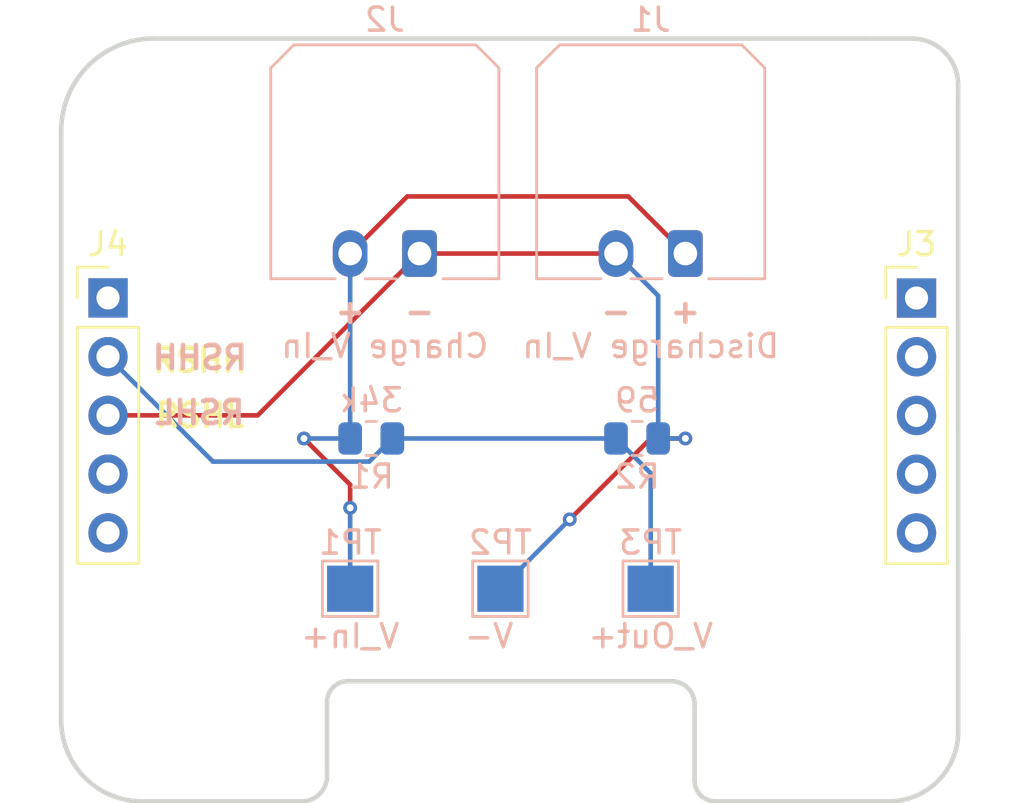
<source format=kicad_pcb>
(kicad_pcb (version 20240108) (generator "pcbnew") (generator_version "8.0")
  (layers (0 "F.Cu" signal) (31 "B.Cu" signal) (34 "B.Paste" user) (35 "F.Paste" user) (36 "B.SilkS" user "B.Silkscreen") (37 "F.SilkS" user "F.Silkscreen") (38 "B.Mask" user) (39 "F.Mask" user) (44 "Edge.Cuts" user))
  (net 0 "")
  (net 1 "/V_In+")
  (net 9 "/V_Out+")
  (net 11 "/V-")
  (footprint "Connector_PinHeader_2.54mm:PinHeader_1x05_P2.54mm_Vertical" (layer "F.Cu") (at 123.025 71.42)
    (property "Reference" "J4" (at 0 -2.33 0) (layer "F.SilkS"))
    (property "Value" "Conn_01x05")
    (fp_line (start -1.33 -1.33) (end 0 -1.33) (stroke (width 0.12)) (layer "F.SilkS"))
    (fp_line (start -1.33 0) (end -1.33 -1.33) (stroke (width 0.12)) (layer "F.SilkS"))
    (fp_line (start -1.33 1.27) (end -1.33 11.49) (stroke (width 0.12)) (layer "F.SilkS"))
    (fp_line (start -1.33 1.27) (end 1.33 1.27) (stroke (width 0.12)) (layer "F.SilkS"))
    (fp_line (start -1.33 11.49) (end 1.33 11.49) (stroke (width 0.12)) (layer "F.SilkS"))
    (fp_line (start 1.33 1.27) (end 1.33 11.49) (stroke (width 0.12)) (layer "F.SilkS"))
    (pad "1" thru_hole rect (at 0 0) (size 1.7 1.7) (drill 1) (layers "*.Cu" "*.Mask"))
    (pad "2" thru_hole oval (at 0 2.54) (size 1.7 1.7) (drill 1) (layers "*.Cu" "*.Mask") (net 9 "/V_Out+"))
    (pad "3" thru_hole oval (at 0 5.08) (size 1.7 1.7) (drill 1) (layers "*.Cu" "*.Mask") (net 11 "/V-"))
    (pad "4" thru_hole oval (at 0 7.62) (size 1.7 1.7) (drill 1) (layers "*.Cu" "*.Mask"))
    (pad "5" thru_hole oval (at 0 10.16) (size 1.7 1.7) (drill 1) (layers "*.Cu" "*.Mask"))
  )
  (footprint "Connector_PinHeader_2.54mm:PinHeader_1x05_P2.54mm_Vertical" (layer "F.Cu") (at 158 71.425)
    (property "Reference" "J3" (at 0 -2.33 0) (layer "F.SilkS"))
    (property "Value" "Conn_01x05")
    (fp_line (start -1.33 -1.33) (end 0 -1.33) (stroke (width 0.12)) (layer "F.SilkS"))
    (fp_line (start -1.33 0) (end -1.33 -1.33) (stroke (width 0.12)) (layer "F.SilkS"))
    (fp_line (start -1.33 1.27) (end -1.33 11.49) (stroke (width 0.12)) (layer "F.SilkS"))
    (fp_line (start -1.33 1.27) (end 1.33 1.27) (stroke (width 0.12)) (layer "F.SilkS"))
    (fp_line (start -1.33 11.49) (end 1.33 11.49) (stroke (width 0.12)) (layer "F.SilkS"))
    (fp_line (start 1.33 1.27) (end 1.33 11.49) (stroke (width 0.12)) (layer "F.SilkS"))
    (pad "1" thru_hole rect (at 0 0) (size 1.7 1.7) (drill 1) (layers "*.Cu" "*.Mask"))
    (pad "2" thru_hole oval (at 0 2.54) (size 1.7 1.7) (drill 1) (layers "*.Cu" "*.Mask"))
    (pad "3" thru_hole oval (at 0 5.08) (size 1.7 1.7) (drill 1) (layers "*.Cu" "*.Mask"))
    (pad "4" thru_hole oval (at 0 7.62) (size 1.7 1.7) (drill 1) (layers "*.Cu" "*.Mask"))
    (pad "5" thru_hole oval (at 0 10.16) (size 1.7 1.7) (drill 1) (layers "*.Cu" "*.Mask"))
  )
  (footprint "TestPoint:TestPoint_Pad_2.0x2.0mm" (layer "B.Cu") (at 140 84 180)
    (property "Reference" "TP2" (at 0 1.998 180) (layer "B.SilkS") (effects (justify mirror)))
    (property "Value" "V-" (at 0.5 -2.05 180) (layer "B.SilkS") (effects (justify mirror)))
    (fp_line (start 1.2 1.2) (end -1.2 1.2) (stroke (width 0.12)) (layer "B.SilkS"))
    (fp_line (start 1.2 -1.2) (end 1.2 1.2) (stroke (width 0.12)) (layer "B.SilkS"))
    (fp_line (start -1.2 1.2) (end -1.2 -1.2) (stroke (width 0.12)) (layer "B.SilkS"))
    (fp_line (start -1.2 -1.2) (end 1.2 -1.2) (stroke (width 0.12)) (layer "B.SilkS"))
    (pad "1" smd rect (at 0 0 180) (size 2 2) (layers "B.Cu" "B.Mask") (net 11 "/V-"))
  )
  (footprint "TestPoint:TestPoint_Pad_2.0x2.0mm" (layer "B.Cu") (at 146.5 84 180)
    (property "Reference" "TP3" (at 0 1.998 180) (layer "B.SilkS") (effects (justify mirror)))
    (property "Value" "V_Out+" (at 0 -2.05 180) (layer "B.SilkS") (effects (justify mirror)))
    (fp_line (start 1.2 1.2) (end -1.2 1.2) (stroke (width 0.12)) (layer "B.SilkS"))
    (fp_line (start 1.2 -1.2) (end 1.2 1.2) (stroke (width 0.12)) (layer "B.SilkS"))
    (fp_line (start -1.2 1.2) (end -1.2 -1.2) (stroke (width 0.12)) (layer "B.SilkS"))
    (fp_line (start -1.2 -1.2) (end 1.2 -1.2) (stroke (width 0.12)) (layer "B.SilkS"))
    (pad "1" smd rect (at 0 0 180) (size 2 2) (layers "B.Cu" "B.Mask") (net 9 "/V_Out+"))
  )
  (footprint "Resistor_SMD:R_0805_2012Metric" (layer "B.Cu") (at 134.4125 77.5)
    (property "Reference" "R1" (at 0 1.65 360) (layer "B.SilkS") (effects (justify mirror)))
    (property "Value" "34k" (at 0 -1.65 360) (layer "B.SilkS") (effects (justify mirror)))
    (fp_line (start 0.227064 -0.735) (end -0.227064 -0.735) (stroke (width 0.12)) (layer "B.SilkS"))
    (fp_line (start 0.227064 0.735) (end -0.227064 0.735) (stroke (width 0.12)) (layer "B.SilkS"))
    (pad "1" smd roundrect (at -0.9125 0) (size 1.025 1.4) (layers "B.Cu" "B.Paste" "B.Mask") (roundrect_rratio 0.243902) (net 1 "/V_In+"))
    (pad "2" smd roundrect (at 0.9125 0) (size 1.025 1.4) (layers "B.Cu" "B.Paste" "B.Mask") (roundrect_rratio 0.243902) (net 9 "/V_Out+"))
  )
  (footprint "Connector_Molex:Molex_Micro-Fit_3.0_43650-0200_1x02_P3.00mm_Horizontal" (layer "B.Cu") (at 148 69.5 180)
    (property "Reference" "J1" (at 1.5 10.12 180) (layer "B.SilkS") (effects (justify mirror)))
    (property "Value" "Discharge V_In" (at 1.5 -4 180) (layer "B.SilkS") (effects (justify mirror)))
    (fp_line (start 6.435 8.03) (end 5.435 9.03) (stroke (width 0.12)) (layer "B.SilkS"))
    (fp_line (start 6.435 -1.09) (end 6.435 8.03) (stroke (width 0.12)) (layer "B.SilkS"))
    (fp_line (start 5.435 9.03) (end -2.435 9.03) (stroke (width 0.12)) (layer "B.SilkS"))
    (fp_line (start 3.651767 -1.09) (end 6.435 -1.09) (stroke (width 0.12)) (layer "B.SilkS"))
    (fp_line (start 2.348233 -1.09) (end 1.01 -1.09) (stroke (width 0.12)) (layer "B.SilkS"))
    (fp_line (start -1.01 -1.09) (end -3.435 -1.09) (stroke (width 0.12)) (layer "B.SilkS"))
    (fp_line (start -2.435 9.03) (end -3.435 8.03) (stroke (width 0.12)) (layer "B.SilkS"))
    (fp_line (start -3.435 8.03) (end -3.435 -1.09) (stroke (width 0.12)) (layer "B.SilkS"))
    (pad "" np_thru_hole circle (at 1.5 4.32 180) (size 3 3) (drill 3) (layers "*.Cu" "*.Mask"))
    (pad "1" thru_hole roundrect (at 0 0 180) (size 1.5 2.02) (drill 1.02) (layers "*.Cu" "*.Mask") (roundrect_rratio 0.166667) (net 1 "/V_In+"))
    (pad "2" thru_hole oval (at 3 0 180) (size 1.5 2.02) (drill 1.02) (layers "*.Cu" "*.Mask") (net 11 "/V-"))
  )
  (footprint "Resistor_SMD:R_0805_2012Metric" (layer "B.Cu") (at 145.9125 77.5)
    (property "Reference" "R2" (at 0 1.65 360) (layer "B.SilkS") (effects (justify mirror)))
    (property "Value" "59" (at 0 -1.65 360) (layer "B.SilkS") (effects (justify mirror)))
    (fp_line (start 0.227064 -0.735) (end -0.227064 -0.735) (stroke (width 0.12)) (layer "B.SilkS"))
    (fp_line (start 0.227064 0.735) (end -0.227064 0.735) (stroke (width 0.12)) (layer "B.SilkS"))
    (pad "1" smd roundrect (at -0.9125 0) (size 1.025 1.4) (layers "B.Cu" "B.Paste" "B.Mask") (roundrect_rratio 0.243902) (net 9 "/V_Out+"))
    (pad "2" smd roundrect (at 0.9125 0) (size 1.025 1.4) (layers "B.Cu" "B.Paste" "B.Mask") (roundrect_rratio 0.243902) (net 11 "/V-"))
  )
  (footprint "TestPoint:TestPoint_Pad_2.0x2.0mm" (layer "B.Cu") (at 133.5 84 180)
    (property "Reference" "TP1" (at 0 1.998 180) (layer "B.SilkS") (effects (justify mirror)))
    (property "Value" "V_In+" (at 0 -2.05 180) (layer "B.SilkS") (effects (justify mirror)))
    (fp_line (start 1.2 1.2) (end -1.2 1.2) (stroke (width 0.12)) (layer "B.SilkS"))
    (fp_line (start 1.2 -1.2) (end 1.2 1.2) (stroke (width 0.12)) (layer "B.SilkS"))
    (fp_line (start -1.2 1.2) (end -1.2 -1.2) (stroke (width 0.12)) (layer "B.SilkS"))
    (fp_line (start -1.2 -1.2) (end 1.2 -1.2) (stroke (width 0.12)) (layer "B.SilkS"))
    (pad "1" smd rect (at 0 0 180) (size 2 2) (layers "B.Cu" "B.Mask") (net 1 "/V_In+"))
  )
  (footprint "Connector_Molex:Molex_Micro-Fit_3.0_43650-0200_1x02_P3.00mm_Horizontal" (layer "B.Cu") (at 136.5 69.5 180)
    (property "Reference" "J2" (at 1.5 10.12 180) (layer "B.SilkS") (effects (justify mirror)))
    (property "Value" "Charge V_In" (at 1.5 -4 180) (layer "B.SilkS") (effects (justify mirror)))
    (fp_line (start 6.435 8.03) (end 5.435 9.03) (stroke (width 0.12)) (layer "B.SilkS"))
    (fp_line (start 6.435 -1.09) (end 6.435 8.03) (stroke (width 0.12)) (layer "B.SilkS"))
    (fp_line (start 5.435 9.03) (end -2.435 9.03) (stroke (width 0.12)) (layer "B.SilkS"))
    (fp_line (start 3.651767 -1.09) (end 6.435 -1.09) (stroke (width 0.12)) (layer "B.SilkS"))
    (fp_line (start 2.348233 -1.09) (end 1.01 -1.09) (stroke (width 0.12)) (layer "B.SilkS"))
    (fp_line (start -1.01 -1.09) (end -3.435 -1.09) (stroke (width 0.12)) (layer "B.SilkS"))
    (fp_line (start -2.435 9.03) (end -3.435 8.03) (stroke (width 0.12)) (layer "B.SilkS"))
    (fp_line (start -3.435 8.03) (end -3.435 -1.09) (stroke (width 0.12)) (layer "B.SilkS"))
    (pad "" np_thru_hole circle (at 1.5 4.32 180) (size 3 3) (drill 3) (layers "*.Cu" "*.Mask"))
    (pad "1" thru_hole roundrect (at 0 0 180) (size 1.5 2.02) (drill 1.02) (layers "*.Cu" "*.Mask") (roundrect_rratio 0.166667) (net 11 "/V-"))
    (pad "2" thru_hole oval (at 3 0 180) (size 1.5 2.02) (drill 1.02) (layers "*.Cu" "*.Mask") (net 1 "/V_In+"))
  )
  (gr_line (start 148.4 89) (end 148.4 92.3) (stroke (width 0.2)) (layer "Edge.Cuts"))
  (gr_arc (start 157.8 60.2) (mid 159.214214 60.785786) (end 159.8 62.2) (stroke (width 0.2)) (layer "Edge.Cuts"))
  (gr_line (start 124.5 93.2) (end 131.4 93.2) (stroke (width 0.2)) (layer "Edge.Cuts"))
  (gr_arc (start 124.5 93.2) (mid 122.025126 92.174874) (end 121 89.7) (stroke (width 0.2)) (layer "Edge.Cuts"))
  (gr_line (start 155.8 60.2) (end 125 60.2) (stroke (width 0.2)) (layer "Edge.Cuts"))
  (gr_arc (start 121 64.2) (mid 122.171573 61.371573) (end 125 60.2) (stroke (width 0.2)) (layer "Edge.Cuts"))
  (gr_line (start 132.5 92.1) (end 132.5 88.9) (stroke (width 0.2)) (layer "Edge.Cuts"))
  (gr_arc (start 147.4 88) (mid 148.107107 88.292893) (end 148.4 89) (stroke (width 0.2)) (layer "Edge.Cuts"))
  (gr_line (start 121 64.2) (end 121 89.7) (stroke (width 0.2)) (layer "Edge.Cuts"))
  (gr_arc (start 159.8 90.2) (mid 158.92132 92.32132) (end 156.8 93.2) (stroke (width 0.2)) (layer "Edge.Cuts"))
  (gr_line (start 159.8 62.2) (end 159.800469 63.69887) (stroke (width 0.2)) (layer "Edge.Cuts"))
  (gr_line (start 149.3 93.2) (end 156.8 93.2) (stroke (width 0.2)) (layer "Edge.Cuts"))
  (gr_line (start 157.8 60.2) (end 155.8 60.2) (stroke (width 0.2)) (layer "Edge.Cuts"))
  (gr_arc (start 132.5 92.1) (mid 132.177817 92.877817) (end 131.4 93.2) (stroke (width 0.2)) (layer "Edge.Cuts"))
  (gr_line (start 133.4 88) (end 147.4 88) (stroke (width 0.2)) (layer "Edge.Cuts"))
  (gr_arc (start 132.5 88.9) (mid 132.763604 88.263604) (end 133.4 88) (stroke (width 0.2)) (layer "Edge.Cuts"))
  (gr_line (start 159.8 90.2) (end 159.800469 63.69887) (stroke (width 0.2)) (layer "Edge.Cuts"))
  (gr_arc (start 149.3 93.2) (mid 148.663604 92.936396) (end 148.4 92.3) (stroke (width 0.2)) (layer "Edge.Cuts"))
  (gr_text "-" (at 136.5 72 0) (layer "B.SilkS") (effects (font (size 1 1) (thickness 0.2))))
  (gr_text "RSHH" (at 127 74 -0) (layer "B.SilkS") (effects (font (size 1 1) (thickness 0.2)) (justify mirror)))
  (gr_text "RSHL" (at 127 76.38 -0) (layer "B.SilkS") (effects (font (size 1 1) (thickness 0.2)) (justify mirror)))
  (gr_text "-" (at 145 72 0) (layer "B.SilkS") (effects (font (size 1 1) (thickness 0.2))))
  (gr_text "+" (at 133.5 72 0) (layer "B.SilkS") (effects (font (size 1 1) (thickness 0.2))))
  (gr_text "+\n" (at 148 72 0) (layer "B.SilkS") (effects (font (size 1 1) (thickness 0.2))))
  (gr_text "RSHL" (at 127 76.5 0) (layer "F.SilkS") (effects (font (size 1 1) (thickness 0.2))))
  (gr_text "RSHH" (at 127 74.12 0) (layer "F.SilkS") (effects (font (size 1 1) (thickness 0.2))))
  (segment (start 135.97 67.03) (end 145.53 67.03) (width 0.2) (layer "F.Cu") (net 1))
  (segment (start 133.5 79.5) (end 133.5 80.5) (width 0.2) (layer "F.Cu") (net 1))
  (segment (start 131.5 77.5) (end 133.5 79.5) (width 0.2) (layer "F.Cu") (net 1))
  (segment (start 145.53 67.03) (end 148 69.5) (width 0.2) (layer "F.Cu") (net 1))
  (segment (start 133.5 69.5) (end 135.97 67.03) (width 0.2) (layer "F.Cu") (net 1))
  (via (at 133.5 80.5) (size 0.6) (drill 0.3) (layers "F.Cu" "B.Cu") (net 1))
  (via (at 131.5 77.5) (size 0.6) (drill 0.3) (layers "F.Cu" "B.Cu") (net 1))
  (segment (start 133.5 84) (end 133.5 80.5) (width 0.2) (layer "B.Cu") (net 1))
  (segment (start 133.5 77.5) (end 131.5 77.5) (width 0.2) (layer "B.Cu") (net 1))
  (segment (start 133.5 77.5) (end 133.5 69.5) (width 0.2) (layer "B.Cu") (net 1))
  (segment (start 145 77.5) (end 146.5 79) (width 0.2) (layer "B.Cu") (net 9))
  (segment (start 135.325 77.5) (end 145 77.5) (width 0.2) (layer "B.Cu") (net 9))
  (segment (start 134.325 78.5) (end 127.565 78.5) (width 0.2) (layer "B.Cu") (net 9))
  (segment (start 135.325 77.5) (end 134.325 78.5) (width 0.2) (layer "B.Cu") (net 9))
  (segment (start 127.565 78.5) (end 123.025 73.96) (width 0.2) (layer "B.Cu") (net 9))
  (segment (start 146.5 79) (end 146.5 84) (width 0.2) (layer "B.Cu") (net 9))
  (segment (start 136.5 69.5) (end 129.5 76.5) (width 0.2) (layer "F.Cu") (net 11))
  (segment (start 146.5 77.5) (end 143 81) (width 0.2) (layer "F.Cu") (net 11))
  (segment (start 129.5 76.5) (end 123.025 76.5) (width 0.2) (layer "F.Cu") (net 11))
  (segment (start 148 77.5) (end 146.5 77.5) (width 0.2) (layer "F.Cu") (net 11))
  (segment (start 145 69.5) (end 136.5 69.5) (width 0.2) (layer "F.Cu") (net 11))
  (via (at 148 77.5) (size 0.6) (drill 0.3) (layers "F.Cu" "B.Cu") (net 11))
  (via (at 143 81) (size 0.6) (drill 0.3) (layers "F.Cu" "B.Cu") (net 11))
  (segment (start 146.825 71.325) (end 145 69.5) (width 0.2) (layer "B.Cu") (net 11))
  (segment (start 140 84) (end 143 81) (width 0.2) (layer "B.Cu") (net 11))
  (segment (start 146.825 77.5) (end 148 77.5) (width 0.2) (layer "B.Cu") (net 11))
  (segment (start 146.825 77.5) (end 146.825 71.325) (width 0.2) (layer "B.Cu") (net 11))
)
</source>
